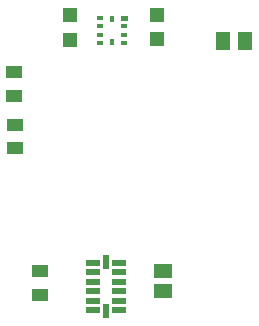
<source format=gbp>
G75*
%MOIN*%
%OFA0B0*%
%FSLAX25Y25*%
%IPPOS*%
%LPD*%
%AMOC8*
5,1,8,0,0,1.08239X$1,22.5*
%
%ADD10R,0.05118X0.05906*%
%ADD11R,0.05906X0.05118*%
%ADD12R,0.04724X0.04724*%
%ADD13R,0.05512X0.04331*%
%ADD14R,0.01575X0.01969*%
%ADD15R,0.01969X0.01575*%
%ADD16C,0.00126*%
%ADD17R,0.04724X0.01969*%
%ADD18R,0.01969X0.04724*%
D10*
X0118904Y0210272D03*
X0126384Y0210272D03*
D11*
X0099062Y0133579D03*
X0099062Y0126886D03*
D12*
X0097133Y0210862D03*
X0097133Y0219130D03*
X0067999Y0218894D03*
X0067999Y0210626D03*
D13*
X0058117Y0125744D03*
X0058117Y0133618D03*
X0049495Y0174602D03*
X0049495Y0182476D03*
X0049455Y0192122D03*
X0049455Y0199996D03*
D14*
X0082054Y0209878D03*
X0082054Y0217752D03*
D15*
X0078117Y0217949D03*
X0078117Y0215193D03*
X0078117Y0212437D03*
X0078117Y0209681D03*
X0085991Y0209681D03*
X0085991Y0212437D03*
X0085991Y0215193D03*
D16*
X0086912Y0217225D02*
X0085070Y0217225D01*
X0085070Y0218673D01*
X0086912Y0218673D01*
X0086912Y0217225D01*
X0086912Y0217350D02*
X0085070Y0217350D01*
X0085070Y0217475D02*
X0086912Y0217475D01*
X0086912Y0217600D02*
X0085070Y0217600D01*
X0085070Y0217725D02*
X0086912Y0217725D01*
X0086912Y0217850D02*
X0085070Y0217850D01*
X0085070Y0217975D02*
X0086912Y0217975D01*
X0086912Y0218100D02*
X0085070Y0218100D01*
X0085070Y0218225D02*
X0086912Y0218225D01*
X0086912Y0218350D02*
X0085070Y0218350D01*
X0085070Y0218475D02*
X0086912Y0218475D01*
X0086912Y0218600D02*
X0085070Y0218600D01*
D17*
X0084219Y0136413D03*
X0084219Y0133264D03*
X0084219Y0130114D03*
X0084219Y0126965D03*
X0084219Y0123815D03*
X0084219Y0120665D03*
X0075558Y0120665D03*
X0075558Y0123815D03*
X0075558Y0126965D03*
X0075558Y0130114D03*
X0075558Y0133264D03*
X0075558Y0136413D03*
D18*
X0079888Y0136807D03*
X0079888Y0120272D03*
M02*

</source>
